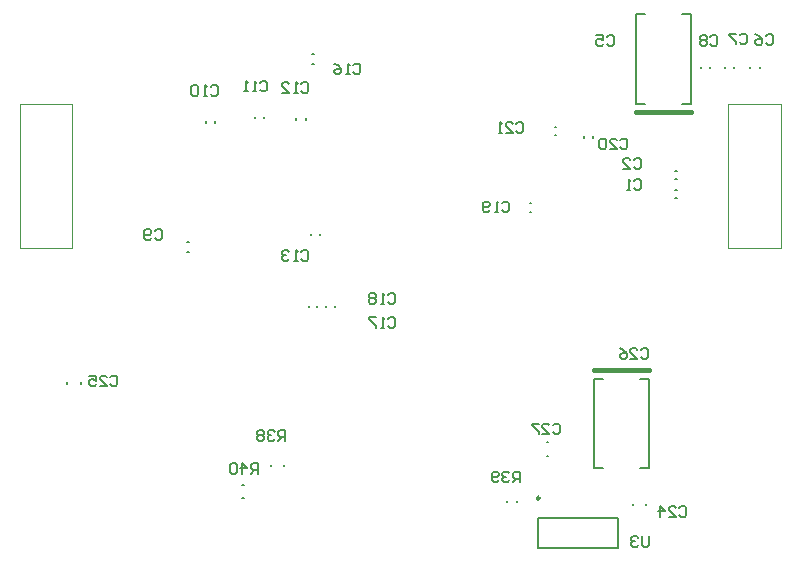
<source format=gbr>
%TF.GenerationSoftware,Altium Limited,Altium Designer,18.1.6 (161)*%
G04 Layer_Color=32896*
%FSLAX25Y25*%
%MOIN*%
%TF.FileFunction,Legend,Bot*%
%TF.Part,Single*%
G01*
G75*
%TA.AperFunction,NonConductor*%
%ADD45C,0.00984*%
%ADD46C,0.00787*%
%ADD47C,0.00300*%
%ADD48C,0.01575*%
%ADD49C,0.00700*%
D45*
X356803Y207614D02*
G03*
X356803Y207614I-492J0D01*
G01*
D46*
X257654Y207835D02*
X258048D01*
X257654Y212165D02*
X258048D01*
X267335Y218303D02*
Y218697D01*
X271665Y218303D02*
Y218697D01*
X359047Y226264D02*
X359441D01*
X359047Y221736D02*
X359441D01*
X392264Y205303D02*
Y205697D01*
X387736Y205303D02*
Y205697D01*
X349075Y206303D02*
Y206697D01*
X345925Y206303D02*
Y206697D01*
X374945Y217539D02*
Y247461D01*
X393055Y217539D02*
Y247461D01*
X374945D02*
X377799D01*
X374945Y217539D02*
X377799D01*
X390201Y247461D02*
X393055D01*
X390201Y217539D02*
X393055D01*
X382689Y190882D02*
Y201118D01*
X356311Y190882D02*
Y201118D01*
Y190882D02*
X382689D01*
X356311Y201118D02*
X382689D01*
X199236Y245803D02*
Y246197D01*
X203764Y245803D02*
Y246197D01*
X280957Y352228D02*
X281350D01*
X280957Y355772D02*
X281350D01*
X278791Y333803D02*
Y334197D01*
X275642Y333803D02*
Y334197D01*
X265012Y334303D02*
Y334697D01*
X261862Y334303D02*
Y334697D01*
X280425Y295303D02*
Y295697D01*
X283575Y295303D02*
Y295697D01*
X248575Y332803D02*
Y333197D01*
X245425Y332803D02*
Y333197D01*
X239303Y292913D02*
X239697D01*
X239303Y289764D02*
X239697D01*
X353382Y305878D02*
X353776D01*
X353382Y303122D02*
X353776D01*
X279744Y271303D02*
Y271697D01*
X282500Y271303D02*
Y271697D01*
X285622Y271303D02*
Y271697D01*
X288378Y271303D02*
Y271697D01*
X401972Y307557D02*
X402366D01*
X401972Y310313D02*
X402366D01*
X401972Y314010D02*
X402366D01*
X401972Y316766D02*
X402366D01*
X371622Y327803D02*
Y328197D01*
X374378Y327803D02*
Y328197D01*
X361803Y328622D02*
X362197D01*
X361803Y331378D02*
X362197D01*
X426925Y350902D02*
Y351295D01*
X430075Y350902D02*
Y351295D01*
X407055Y339039D02*
Y368961D01*
X388945Y339039D02*
Y368961D01*
X404201Y339039D02*
X407055D01*
X404201Y368961D02*
X407055D01*
X388945Y339039D02*
X391799D01*
X388945Y368961D02*
X391799D01*
X410425Y350902D02*
Y351295D01*
X413575Y350902D02*
Y351295D01*
X418425Y350902D02*
Y351295D01*
X421575Y350902D02*
Y351295D01*
D47*
X200850Y290961D02*
Y338961D01*
X183350Y290961D02*
X200850D01*
X183350D02*
Y338961D01*
X200850D01*
X419571D02*
X437071D01*
X419571Y290961D02*
Y338961D01*
Y290961D02*
X437071D01*
Y338961D01*
D48*
X374945Y250315D02*
X393055D01*
X388945Y336185D02*
X407055D01*
D49*
X262800Y215800D02*
Y219299D01*
X261051D01*
X260467Y218716D01*
Y217549D01*
X261051Y216966D01*
X262800D01*
X261634D02*
X260467Y215800D01*
X257552D02*
Y219299D01*
X259301Y217549D01*
X256969D01*
X255802Y218716D02*
X255219Y219299D01*
X254053D01*
X253470Y218716D01*
Y216383D01*
X254053Y215800D01*
X255219D01*
X255802Y216383D01*
Y218716D01*
X271900Y226800D02*
Y230299D01*
X270151D01*
X269567Y229716D01*
Y228549D01*
X270151Y227966D01*
X271900D01*
X270734D02*
X269567Y226800D01*
X268401Y229716D02*
X267818Y230299D01*
X266652D01*
X266069Y229716D01*
Y229133D01*
X266652Y228549D01*
X267235D01*
X266652D01*
X266069Y227966D01*
Y227383D01*
X266652Y226800D01*
X267818D01*
X268401Y227383D01*
X264902Y229716D02*
X264319Y230299D01*
X263153D01*
X262570Y229716D01*
Y229133D01*
X263153Y228549D01*
X262570Y227966D01*
Y227383D01*
X263153Y226800D01*
X264319D01*
X264902Y227383D01*
Y227966D01*
X264319Y228549D01*
X264902Y229133D01*
Y229716D01*
X264319Y228549D02*
X263153D01*
X361167Y231916D02*
X361751Y232499D01*
X362917D01*
X363500Y231916D01*
Y229583D01*
X362917Y229000D01*
X361751D01*
X361167Y229583D01*
X357669Y229000D02*
X360001D01*
X357669Y231333D01*
Y231916D01*
X358252Y232499D01*
X359418D01*
X360001Y231916D01*
X356502Y232499D02*
X354170D01*
Y231916D01*
X356502Y229583D01*
Y229000D01*
X390467Y257016D02*
X391051Y257599D01*
X392217D01*
X392800Y257016D01*
Y254683D01*
X392217Y254100D01*
X391051D01*
X390467Y254683D01*
X386969Y254100D02*
X389301D01*
X386969Y256433D01*
Y257016D01*
X387552Y257599D01*
X388718D01*
X389301Y257016D01*
X383470Y257599D02*
X384636Y257016D01*
X385802Y255849D01*
Y254683D01*
X385219Y254100D01*
X384053D01*
X383470Y254683D01*
Y255266D01*
X384053Y255849D01*
X385802D01*
X350110Y213000D02*
Y216499D01*
X348361D01*
X347778Y215916D01*
Y214749D01*
X348361Y214166D01*
X350110D01*
X348944D02*
X347778Y213000D01*
X346611Y215916D02*
X346028Y216499D01*
X344862D01*
X344279Y215916D01*
Y215333D01*
X344862Y214749D01*
X345445D01*
X344862D01*
X344279Y214166D01*
Y213583D01*
X344862Y213000D01*
X346028D01*
X346611Y213583D01*
X343112D02*
X342529Y213000D01*
X341363D01*
X340780Y213583D01*
Y215916D01*
X341363Y216499D01*
X342529D01*
X343112Y215916D01*
Y215333D01*
X342529Y214749D01*
X340780D01*
X213667Y247916D02*
X214251Y248499D01*
X215417D01*
X216000Y247916D01*
Y245583D01*
X215417Y245000D01*
X214251D01*
X213667Y245583D01*
X210169Y245000D02*
X212501D01*
X210169Y247333D01*
Y247916D01*
X210752Y248499D01*
X211918D01*
X212501Y247916D01*
X206670Y248499D02*
X209002D01*
Y246749D01*
X207836Y247333D01*
X207253D01*
X206670Y246749D01*
Y245583D01*
X207253Y245000D01*
X208419D01*
X209002Y245583D01*
X403334Y204416D02*
X403917Y204999D01*
X405083D01*
X405666Y204416D01*
Y202083D01*
X405083Y201500D01*
X403917D01*
X403334Y202083D01*
X399835Y201500D02*
X402168D01*
X399835Y203833D01*
Y204416D01*
X400418Y204999D01*
X401584D01*
X402168Y204416D01*
X396919Y201500D02*
Y204999D01*
X398669Y203249D01*
X396336D01*
X393158Y194999D02*
Y192083D01*
X392574Y191500D01*
X391408D01*
X390825Y192083D01*
Y194999D01*
X389659Y194416D02*
X389075Y194999D01*
X387909D01*
X387326Y194416D01*
Y193833D01*
X387909Y193249D01*
X388492D01*
X387909D01*
X387326Y192666D01*
Y192083D01*
X387909Y191500D01*
X389075D01*
X389659Y192083D01*
X348911Y332274D02*
X349495Y332857D01*
X350661D01*
X351244Y332274D01*
Y329941D01*
X350661Y329358D01*
X349495D01*
X348911Y329941D01*
X345413Y329358D02*
X347745D01*
X345413Y331691D01*
Y332274D01*
X345996Y332857D01*
X347162D01*
X347745Y332274D01*
X344246Y329358D02*
X343080D01*
X343663D01*
Y332857D01*
X344246Y332274D01*
X383667Y326916D02*
X384251Y327499D01*
X385417D01*
X386000Y326916D01*
Y324583D01*
X385417Y324000D01*
X384251D01*
X383667Y324583D01*
X380169Y324000D02*
X382501D01*
X380169Y326333D01*
Y326916D01*
X380752Y327499D01*
X381918D01*
X382501Y326916D01*
X379002D02*
X378419Y327499D01*
X377253D01*
X376670Y326916D01*
Y324583D01*
X377253Y324000D01*
X378419D01*
X379002Y324583D01*
Y326916D01*
X344167Y305916D02*
X344751Y306499D01*
X345917D01*
X346500Y305916D01*
Y303583D01*
X345917Y303000D01*
X344751D01*
X344167Y303583D01*
X343001Y303000D02*
X341835D01*
X342418D01*
Y306499D01*
X343001Y305916D01*
X340085Y303583D02*
X339502Y303000D01*
X338336D01*
X337753Y303583D01*
Y305916D01*
X338336Y306499D01*
X339502D01*
X340085Y305916D01*
Y305333D01*
X339502Y304749D01*
X337753D01*
X306167Y275416D02*
X306751Y275999D01*
X307917D01*
X308500Y275416D01*
Y273083D01*
X307917Y272500D01*
X306751D01*
X306167Y273083D01*
X305001Y272500D02*
X303835D01*
X304418D01*
Y275999D01*
X305001Y275416D01*
X302085D02*
X301502Y275999D01*
X300336D01*
X299753Y275416D01*
Y274833D01*
X300336Y274249D01*
X299753Y273666D01*
Y273083D01*
X300336Y272500D01*
X301502D01*
X302085Y273083D01*
Y273666D01*
X301502Y274249D01*
X302085Y274833D01*
Y275416D01*
X301502Y274249D02*
X300336D01*
X306167Y267416D02*
X306751Y267999D01*
X307917D01*
X308500Y267416D01*
Y265083D01*
X307917Y264500D01*
X306751D01*
X306167Y265083D01*
X305001Y264500D02*
X303835D01*
X304418D01*
Y267999D01*
X305001Y267416D01*
X302085Y267999D02*
X299753D01*
Y267416D01*
X302085Y265083D01*
Y264500D01*
X294667Y351916D02*
X295251Y352499D01*
X296417D01*
X297000Y351916D01*
Y349583D01*
X296417Y349000D01*
X295251D01*
X294667Y349583D01*
X293501Y349000D02*
X292335D01*
X292918D01*
Y352499D01*
X293501Y351916D01*
X288253Y352499D02*
X289419Y351916D01*
X290585Y350749D01*
Y349583D01*
X290002Y349000D01*
X288836D01*
X288253Y349583D01*
Y350166D01*
X288836Y350749D01*
X290585D01*
X277267Y289716D02*
X277851Y290299D01*
X279017D01*
X279600Y289716D01*
Y287383D01*
X279017Y286800D01*
X277851D01*
X277267Y287383D01*
X276101Y286800D02*
X274935D01*
X275518D01*
Y290299D01*
X276101Y289716D01*
X273185D02*
X272602Y290299D01*
X271436D01*
X270853Y289716D01*
Y289133D01*
X271436Y288549D01*
X272019D01*
X271436D01*
X270853Y287966D01*
Y287383D01*
X271436Y286800D01*
X272602D01*
X273185Y287383D01*
X277284Y345616D02*
X277867Y346199D01*
X279033D01*
X279616Y345616D01*
Y343283D01*
X279033Y342700D01*
X277867D01*
X277284Y343283D01*
X276118Y342700D02*
X274951D01*
X275535D01*
Y346199D01*
X276118Y345616D01*
X270869Y342700D02*
X273202D01*
X270869Y345033D01*
Y345616D01*
X271452Y346199D01*
X272619D01*
X273202Y345616D01*
X263504Y346116D02*
X264088Y346699D01*
X265254D01*
X265837Y346116D01*
Y343783D01*
X265254Y343200D01*
X264088D01*
X263504Y343783D01*
X262338Y343200D02*
X261172D01*
X261755D01*
Y346699D01*
X262338Y346116D01*
X259422Y343200D02*
X258256D01*
X258839D01*
Y346699D01*
X259422Y346116D01*
X247067Y344616D02*
X247651Y345199D01*
X248817D01*
X249400Y344616D01*
Y342283D01*
X248817Y341700D01*
X247651D01*
X247067Y342283D01*
X245901Y341700D02*
X244735D01*
X245318D01*
Y345199D01*
X245901Y344616D01*
X242985D02*
X242402Y345199D01*
X241236D01*
X240653Y344616D01*
Y342283D01*
X241236Y341700D01*
X242402D01*
X242985Y342283D01*
Y344616D01*
X228467Y296654D02*
X229051Y297237D01*
X230217D01*
X230800Y296654D01*
Y294322D01*
X230217Y293739D01*
X229051D01*
X228467Y294322D01*
X227301D02*
X226718Y293739D01*
X225552D01*
X224969Y294322D01*
Y296654D01*
X225552Y297237D01*
X226718D01*
X227301Y296654D01*
Y296071D01*
X226718Y295488D01*
X224969D01*
X413667Y361416D02*
X414251Y361999D01*
X415417D01*
X416000Y361416D01*
Y359083D01*
X415417Y358500D01*
X414251D01*
X413667Y359083D01*
X412501Y361416D02*
X411918Y361999D01*
X410752D01*
X410169Y361416D01*
Y360833D01*
X410752Y360249D01*
X410169Y359666D01*
Y359083D01*
X410752Y358500D01*
X411918D01*
X412501Y359083D01*
Y359666D01*
X411918Y360249D01*
X412501Y360833D01*
Y361416D01*
X411918Y360249D02*
X410752D01*
X423359Y361916D02*
X423942Y362499D01*
X425108D01*
X425691Y361916D01*
Y359583D01*
X425108Y359000D01*
X423942D01*
X423359Y359583D01*
X422192Y362499D02*
X419860D01*
Y361916D01*
X422192Y359583D01*
Y359000D01*
X432167Y361696D02*
X432751Y362279D01*
X433917D01*
X434500Y361696D01*
Y359364D01*
X433917Y358780D01*
X432751D01*
X432167Y359364D01*
X428668Y362279D02*
X429835Y361696D01*
X431001Y360530D01*
Y359364D01*
X430418Y358780D01*
X429252D01*
X428668Y359364D01*
Y359947D01*
X429252Y360530D01*
X431001D01*
X379167Y361416D02*
X379751Y361999D01*
X380917D01*
X381500Y361416D01*
Y359083D01*
X380917Y358500D01*
X379751D01*
X379167Y359083D01*
X375669Y361999D02*
X378001D01*
Y360249D01*
X376835Y360833D01*
X376252D01*
X375669Y360249D01*
Y359083D01*
X376252Y358500D01*
X377418D01*
X378001Y359083D01*
X388167Y320416D02*
X388751Y320999D01*
X389917D01*
X390500Y320416D01*
Y318083D01*
X389917Y317500D01*
X388751D01*
X388167Y318083D01*
X384669Y317500D02*
X387001D01*
X384669Y319833D01*
Y320416D01*
X385252Y320999D01*
X386418D01*
X387001Y320416D01*
X388167Y313416D02*
X388751Y313999D01*
X389917D01*
X390500Y313416D01*
Y311083D01*
X389917Y310500D01*
X388751D01*
X388167Y311083D01*
X387001Y310500D02*
X385835D01*
X386418D01*
Y313999D01*
X387001Y313416D01*
%TF.MD5,0d3fcbfb2abbccedf5ac3c92f0b1abf9*%
M02*

</source>
